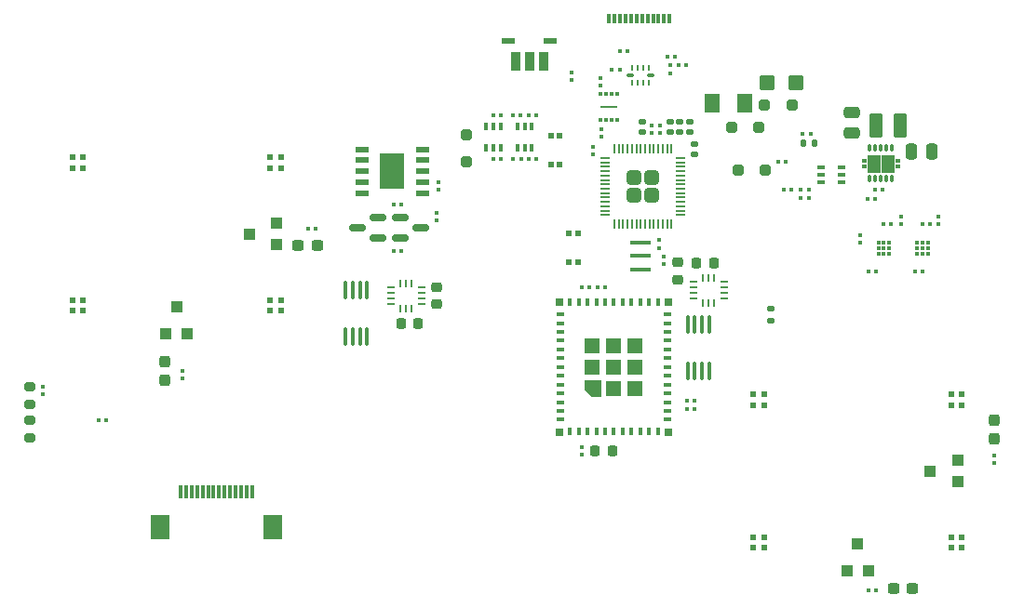
<source format=gbr>
G04 #@! TF.GenerationSoftware,KiCad,Pcbnew,7.0.6*
G04 #@! TF.CreationDate,2024-01-02T21:36:57-08:00*
G04 #@! TF.ProjectId,procon_gcc_main_pcb,70726f63-6f6e-45f6-9763-635f6d61696e,1*
G04 #@! TF.SameCoordinates,Original*
G04 #@! TF.FileFunction,Paste,Top*
G04 #@! TF.FilePolarity,Positive*
%FSLAX46Y46*%
G04 Gerber Fmt 4.6, Leading zero omitted, Abs format (unit mm)*
G04 Created by KiCad (PCBNEW 7.0.6) date 2024-01-02 21:36:57*
%MOMM*%
%LPD*%
G01*
G04 APERTURE LIST*
G04 Aperture macros list*
%AMRoundRect*
0 Rectangle with rounded corners*
0 $1 Rounding radius*
0 $2 $3 $4 $5 $6 $7 $8 $9 X,Y pos of 4 corners*
0 Add a 4 corners polygon primitive as box body*
4,1,4,$2,$3,$4,$5,$6,$7,$8,$9,$2,$3,0*
0 Add four circle primitives for the rounded corners*
1,1,$1+$1,$2,$3*
1,1,$1+$1,$4,$5*
1,1,$1+$1,$6,$7*
1,1,$1+$1,$8,$9*
0 Add four rect primitives between the rounded corners*
20,1,$1+$1,$2,$3,$4,$5,0*
20,1,$1+$1,$4,$5,$6,$7,0*
20,1,$1+$1,$6,$7,$8,$9,0*
20,1,$1+$1,$8,$9,$2,$3,0*%
G04 Aperture macros list end*
%ADD10C,0.010000*%
%ADD11R,1.000000X1.000000*%
%ADD12R,0.950000X1.700000*%
%ADD13R,0.900000X1.700000*%
%ADD14R,1.200000X0.600000*%
%ADD15R,0.300000X0.300000*%
%ADD16C,0.165000*%
%ADD17R,0.650000X0.400000*%
%ADD18RoundRect,0.079500X-0.079500X-0.100500X0.079500X-0.100500X0.079500X0.100500X-0.079500X0.100500X0*%
%ADD19RoundRect,0.079500X0.100500X-0.079500X0.100500X0.079500X-0.100500X0.079500X-0.100500X-0.079500X0*%
%ADD20RoundRect,0.079500X0.079500X0.100500X-0.079500X0.100500X-0.079500X-0.100500X0.079500X-0.100500X0*%
%ADD21RoundRect,0.079500X-0.100500X0.079500X-0.100500X-0.079500X0.100500X-0.079500X0.100500X0.079500X0*%
%ADD22RoundRect,0.250000X-0.250000X-0.475000X0.250000X-0.475000X0.250000X0.475000X-0.250000X0.475000X0*%
%ADD23RoundRect,0.250000X0.250000X0.250000X-0.250000X0.250000X-0.250000X-0.250000X0.250000X-0.250000X0*%
%ADD24R,0.550000X0.550000*%
%ADD25RoundRect,0.225000X-0.250000X0.225000X-0.250000X-0.225000X0.250000X-0.225000X0.250000X0.225000X0*%
%ADD26RoundRect,0.140000X0.140000X0.170000X-0.140000X0.170000X-0.140000X-0.170000X0.140000X-0.170000X0*%
%ADD27RoundRect,0.100000X0.100000X-0.712500X0.100000X0.712500X-0.100000X0.712500X-0.100000X-0.712500X0*%
%ADD28RoundRect,0.237500X-0.237500X0.300000X-0.237500X-0.300000X0.237500X-0.300000X0.237500X0.300000X0*%
%ADD29R,0.400000X0.650000*%
%ADD30RoundRect,0.135000X0.185000X-0.135000X0.185000X0.135000X-0.185000X0.135000X-0.185000X-0.135000X0*%
%ADD31RoundRect,0.237500X0.300000X0.237500X-0.300000X0.237500X-0.300000X-0.237500X0.300000X-0.237500X0*%
%ADD32RoundRect,0.249999X-0.395001X-0.395001X0.395001X-0.395001X0.395001X0.395001X-0.395001X0.395001X0*%
%ADD33RoundRect,0.050000X-0.387500X-0.050000X0.387500X-0.050000X0.387500X0.050000X-0.387500X0.050000X0*%
%ADD34RoundRect,0.050000X-0.050000X-0.387500X0.050000X-0.387500X0.050000X0.387500X-0.050000X0.387500X0*%
%ADD35R,0.400000X0.800000*%
%ADD36R,0.800000X0.400000*%
%ADD37R,1.450000X1.450000*%
%ADD38R,0.700000X0.700000*%
%ADD39RoundRect,0.140000X0.170000X-0.140000X0.170000X0.140000X-0.170000X0.140000X-0.170000X-0.140000X0*%
%ADD40RoundRect,0.250000X-0.250000X-0.250000X0.250000X-0.250000X0.250000X0.250000X-0.250000X0.250000X0*%
%ADD41RoundRect,0.250001X0.462499X0.624999X-0.462499X0.624999X-0.462499X-0.624999X0.462499X-0.624999X0*%
%ADD42RoundRect,0.007200X-0.112800X0.292800X-0.112800X-0.292800X0.112800X-0.292800X0.112800X0.292800X0*%
%ADD43RoundRect,0.225000X0.225000X0.250000X-0.225000X0.250000X-0.225000X-0.250000X0.225000X-0.250000X0*%
%ADD44R,0.300000X0.400000*%
%ADD45R,1.600000X0.200000*%
%ADD46RoundRect,0.237500X-0.300000X-0.237500X0.300000X-0.237500X0.300000X0.237500X-0.300000X0.237500X0*%
%ADD47RoundRect,0.250000X0.450000X0.425000X-0.450000X0.425000X-0.450000X-0.425000X0.450000X-0.425000X0*%
%ADD48RoundRect,0.150000X-0.587500X-0.150000X0.587500X-0.150000X0.587500X0.150000X-0.587500X0.150000X0*%
%ADD49R,1.900000X0.400000*%
%ADD50RoundRect,0.225000X-0.225000X-0.250000X0.225000X-0.250000X0.225000X0.250000X-0.225000X0.250000X0*%
%ADD51R,1.300000X0.600000*%
%ADD52R,2.300000X3.200000*%
%ADD53RoundRect,0.150000X0.587500X0.150000X-0.587500X0.150000X-0.587500X-0.150000X0.587500X-0.150000X0*%
%ADD54R,0.500000X0.550000*%
%ADD55RoundRect,0.140000X-0.170000X0.140000X-0.170000X-0.140000X0.170000X-0.140000X0.170000X0.140000X0*%
%ADD56R,0.300000X1.300000*%
%ADD57R,1.800000X2.200000*%
%ADD58RoundRect,0.200000X-0.275000X0.200000X-0.275000X-0.200000X0.275000X-0.200000X0.275000X0.200000X0*%
%ADD59R,0.300000X0.900000*%
%ADD60RoundRect,0.050000X0.075000X-0.225000X0.075000X0.225000X-0.075000X0.225000X-0.075000X-0.225000X0*%
%ADD61RoundRect,0.050000X0.050000X-0.225000X0.050000X0.225000X-0.050000X0.225000X-0.050000X-0.225000X0*%
%ADD62RoundRect,0.050000X0.250000X-0.100000X0.250000X0.100000X-0.250000X0.100000X-0.250000X-0.100000X0*%
%ADD63R,0.745000X0.280000*%
%ADD64R,0.280000X0.745000*%
%ADD65RoundRect,0.250000X-0.375000X-0.850000X0.375000X-0.850000X0.375000X0.850000X-0.375000X0.850000X0*%
%ADD66RoundRect,0.250000X-0.250000X0.250000X-0.250000X-0.250000X0.250000X-0.250000X0.250000X0.250000X0*%
%ADD67RoundRect,0.200000X0.275000X-0.200000X0.275000X0.200000X-0.275000X0.200000X-0.275000X-0.200000X0*%
%ADD68RoundRect,0.250000X-0.475000X0.250000X-0.475000X-0.250000X0.475000X-0.250000X0.475000X0.250000X0*%
G04 APERTURE END LIST*
D10*
X134919200Y-133223800D02*
X134069200Y-133223800D01*
X133469200Y-132623800D01*
X133469200Y-131773800D01*
X134919200Y-131773800D01*
X134919200Y-133223800D01*
G36*
X134919200Y-133223800D02*
G01*
X134069200Y-133223800D01*
X133469200Y-132623800D01*
X133469200Y-131773800D01*
X134919200Y-131773800D01*
X134919200Y-133223800D01*
G37*
X161560000Y-112750000D02*
X160500000Y-112750000D01*
X160500000Y-111250000D01*
X161560000Y-111250000D01*
X161560000Y-112750000D01*
G36*
X161560000Y-112750000D02*
G01*
X160500000Y-112750000D01*
X160500000Y-111250000D01*
X161560000Y-111250000D01*
X161560000Y-112750000D01*
G37*
X160300000Y-112750000D02*
X159240000Y-112750000D01*
X159240000Y-111250000D01*
X160300000Y-111250000D01*
X160300000Y-112750000D01*
G36*
X160300000Y-112750000D02*
G01*
X159240000Y-112750000D01*
X159240000Y-111250000D01*
X160300000Y-111250000D01*
X160300000Y-112750000D01*
G37*
X162100000Y-111875000D02*
X161760000Y-111875000D01*
X161760000Y-111625000D01*
X162100000Y-111625000D01*
X162100000Y-111875000D01*
G36*
X162100000Y-111875000D02*
G01*
X161760000Y-111875000D01*
X161760000Y-111625000D01*
X162100000Y-111625000D01*
X162100000Y-111875000D01*
G37*
X159040000Y-111875000D02*
X158700000Y-111875000D01*
X158700000Y-111625000D01*
X159040000Y-111625000D01*
X159040000Y-111875000D01*
G36*
X159040000Y-111875000D02*
G01*
X158700000Y-111875000D01*
X158700000Y-111625000D01*
X159040000Y-111625000D01*
X159040000Y-111875000D01*
G37*
X162100000Y-112375000D02*
X161760000Y-112375000D01*
X161760000Y-112125000D01*
X162100000Y-112125000D01*
X162100000Y-112375000D01*
G36*
X162100000Y-112375000D02*
G01*
X161760000Y-112375000D01*
X161760000Y-112125000D01*
X162100000Y-112125000D01*
X162100000Y-112375000D01*
G37*
X159040000Y-112375000D02*
X158700000Y-112375000D01*
X158700000Y-112125000D01*
X159040000Y-112125000D01*
X159040000Y-112375000D01*
G36*
X159040000Y-112375000D02*
G01*
X158700000Y-112375000D01*
X158700000Y-112125000D01*
X159040000Y-112125000D01*
X159040000Y-112375000D01*
G37*
D11*
X167420200Y-140972000D03*
X167420200Y-139072000D03*
X164920200Y-140022000D03*
X157370200Y-149122000D03*
X159270200Y-149122000D03*
X158320200Y-146622000D03*
X105477000Y-119382600D03*
X105477000Y-117482600D03*
X102977000Y-118432600D03*
X95427000Y-127532600D03*
X97327000Y-127532600D03*
X96377000Y-125032600D03*
D12*
X127208519Y-102740000D03*
D13*
X128483519Y-102740000D03*
D12*
X129758519Y-102740000D03*
D14*
X126583519Y-100840000D03*
X130383519Y-100840000D03*
D15*
X163750000Y-120200000D03*
X163750000Y-119700000D03*
X164750000Y-120200000D03*
X163750000Y-119200000D03*
X164250000Y-119700000D03*
X164750000Y-119200000D03*
X164250000Y-120200000D03*
X164250000Y-119200000D03*
X164750000Y-119700000D03*
D16*
X164750000Y-119700000D03*
D17*
X156850000Y-113675000D03*
X156850000Y-113025000D03*
X156850000Y-112375000D03*
X154950000Y-112375000D03*
X154950000Y-113025000D03*
X154950000Y-113675000D03*
D15*
X160200000Y-120200000D03*
X160200000Y-119700000D03*
X161200000Y-120200000D03*
X160200000Y-119200000D03*
X160700000Y-119700000D03*
X161200000Y-119200000D03*
X160700000Y-120200000D03*
X160700000Y-119200000D03*
X161200000Y-119700000D03*
D16*
X161200000Y-119700000D03*
D18*
X164230000Y-117550000D03*
X164920000Y-117550000D03*
D19*
X153087600Y-115121200D03*
X153087600Y-114431200D03*
D20*
X164195000Y-121875000D03*
X163505000Y-121875000D03*
D21*
X165680000Y-116855000D03*
X165680000Y-117545000D03*
D19*
X153862600Y-115121200D03*
X153862600Y-114431200D03*
D20*
X160020000Y-121875000D03*
X159330000Y-121875000D03*
D21*
X162250000Y-116845000D03*
X162250000Y-117535000D03*
D20*
X89945000Y-135375000D03*
X89255000Y-135375000D03*
D22*
X163200000Y-110950000D03*
X165100000Y-110950000D03*
D21*
X139611100Y-108518094D03*
X139611100Y-109208094D03*
D23*
X149350000Y-108750000D03*
X146850000Y-108750000D03*
D24*
X166845200Y-133997000D03*
X167795200Y-133997000D03*
X167795200Y-133047000D03*
X166845200Y-133047000D03*
D25*
X120018689Y-123258755D03*
X120018689Y-124808755D03*
D18*
X160680000Y-117550000D03*
X161370000Y-117550000D03*
D26*
X154356400Y-110163000D03*
X153396400Y-110163000D03*
D19*
X170739623Y-139313477D03*
X170739623Y-138623477D03*
D27*
X111750200Y-127791700D03*
X112400200Y-127791700D03*
X113050200Y-127791700D03*
X113700200Y-127791700D03*
X113700200Y-123566700D03*
X113050200Y-123566700D03*
X112400200Y-123566700D03*
X111750200Y-123566700D03*
D28*
X95317457Y-130017891D03*
X95317457Y-131742891D03*
D29*
X124546600Y-110556100D03*
X125196600Y-110556100D03*
X125846600Y-110556100D03*
X125846600Y-108656100D03*
X125196600Y-108656100D03*
X124546600Y-108656100D03*
D30*
X150418800Y-126290800D03*
X150418800Y-125270800D03*
D18*
X142782000Y-133583600D03*
X143472000Y-133583600D03*
D31*
X163312504Y-150698757D03*
X161587504Y-150698757D03*
D24*
X86902000Y-112407600D03*
X87852000Y-112407600D03*
X87852000Y-111457600D03*
X86902000Y-111457600D03*
D20*
X127685800Y-111612700D03*
X126995800Y-111612700D03*
D19*
X134950900Y-104909294D03*
X134950900Y-104219294D03*
D32*
X137985700Y-113308094D03*
X137985700Y-114908094D03*
X139585700Y-113308094D03*
X139585700Y-114908094D03*
D33*
X135348200Y-111508094D03*
X135348200Y-111908094D03*
X135348200Y-112308094D03*
X135348200Y-112708094D03*
X135348200Y-113108094D03*
X135348200Y-113508094D03*
X135348200Y-113908094D03*
X135348200Y-114308094D03*
X135348200Y-114708094D03*
X135348200Y-115108094D03*
X135348200Y-115508094D03*
X135348200Y-115908094D03*
X135348200Y-116308094D03*
X135348200Y-116708094D03*
D34*
X136185700Y-117545594D03*
X136585700Y-117545594D03*
X136985700Y-117545594D03*
X137385700Y-117545594D03*
X137785700Y-117545594D03*
X138185700Y-117545594D03*
X138585700Y-117545594D03*
X138985700Y-117545594D03*
X139385700Y-117545594D03*
X139785700Y-117545594D03*
X140185700Y-117545594D03*
X140585700Y-117545594D03*
X140985700Y-117545594D03*
X141385700Y-117545594D03*
D33*
X142223200Y-116708094D03*
X142223200Y-116308094D03*
X142223200Y-115908094D03*
X142223200Y-115508094D03*
X142223200Y-115108094D03*
X142223200Y-114708094D03*
X142223200Y-114308094D03*
X142223200Y-113908094D03*
X142223200Y-113508094D03*
X142223200Y-113108094D03*
X142223200Y-112708094D03*
X142223200Y-112308094D03*
X142223200Y-111908094D03*
X142223200Y-111508094D03*
D34*
X141385700Y-110670594D03*
X140985700Y-110670594D03*
X140585700Y-110670594D03*
X140185700Y-110670594D03*
X139785700Y-110670594D03*
X139385700Y-110670594D03*
X138985700Y-110670594D03*
X138585700Y-110670594D03*
X138185700Y-110670594D03*
X137785700Y-110670594D03*
X137385700Y-110670594D03*
X136985700Y-110670594D03*
X136585700Y-110670594D03*
X136185700Y-110670594D03*
D24*
X104902000Y-125407600D03*
X105852000Y-125407600D03*
X105852000Y-124457600D03*
X104902000Y-124457600D03*
D35*
X132144200Y-136448800D03*
X132944200Y-136448800D03*
X133744200Y-136448800D03*
X134544200Y-136448800D03*
X135344200Y-136448800D03*
X136144200Y-136448800D03*
X136944200Y-136448800D03*
X137744200Y-136448800D03*
X138544200Y-136448800D03*
X139344200Y-136448800D03*
X140144200Y-136448800D03*
D36*
X141044200Y-135348800D03*
X141044200Y-134548800D03*
X141044200Y-133748800D03*
X141044200Y-132948800D03*
X141044200Y-132148800D03*
X141044200Y-131348800D03*
X141044200Y-130548800D03*
X141044200Y-129748800D03*
X141044200Y-128948800D03*
X141044200Y-128148800D03*
X141044200Y-127348800D03*
X141044200Y-126548800D03*
X141044200Y-125748800D03*
D35*
X140144200Y-124648800D03*
X139344200Y-124648800D03*
X138544200Y-124648800D03*
X137744200Y-124648800D03*
X136944200Y-124648800D03*
X136144200Y-124648800D03*
X135344200Y-124648800D03*
X134544200Y-124648800D03*
X133744200Y-124648800D03*
X132944200Y-124648800D03*
X132144200Y-124648800D03*
D36*
X131244200Y-125748800D03*
X131244200Y-126548800D03*
X131244200Y-127348800D03*
X131244200Y-128148800D03*
X131244200Y-128948800D03*
X131244200Y-129748800D03*
X131244200Y-130548800D03*
X131244200Y-131348800D03*
X131244200Y-132148800D03*
X131244200Y-132948800D03*
X131244200Y-133748800D03*
X131244200Y-134548800D03*
X131244200Y-135348800D03*
D37*
X136144200Y-130548800D03*
D38*
X131194200Y-124598800D03*
X141094200Y-124598800D03*
X141094200Y-136498800D03*
X131194200Y-136498800D03*
D37*
X136144200Y-132498800D03*
X138094200Y-132498800D03*
X138094200Y-130548800D03*
X138094200Y-128598800D03*
X136144200Y-128598800D03*
X134194200Y-128598800D03*
X134194200Y-130548800D03*
D39*
X142151100Y-109137294D03*
X142151100Y-108177294D03*
D18*
X125181800Y-111612700D03*
X125871800Y-111612700D03*
D40*
X147441600Y-112649000D03*
X149941600Y-112649000D03*
D41*
X148039338Y-106541120D03*
X145064338Y-106541120D03*
D23*
X152337120Y-106709987D03*
X149837120Y-106709987D03*
D19*
X134251700Y-111189294D03*
X134251700Y-110499294D03*
D21*
X141274800Y-103083800D03*
X141274800Y-103773800D03*
D18*
X125156400Y-107599500D03*
X125846400Y-107599500D03*
D20*
X143472000Y-134396400D03*
X142782000Y-134396400D03*
D19*
X158550000Y-118530000D03*
X158550000Y-119220000D03*
D18*
X116118023Y-119981101D03*
X116808023Y-119981101D03*
D42*
X161400000Y-110600000D03*
X160900000Y-110600000D03*
X160400000Y-110600000D03*
X159900000Y-110600000D03*
X159400000Y-110600000D03*
X159400000Y-113400000D03*
X159900000Y-113400000D03*
X160400000Y-113400000D03*
X160900000Y-113400000D03*
X161400000Y-113400000D03*
D43*
X118314100Y-126547002D03*
X116764100Y-126547002D03*
D21*
X140322300Y-108518094D03*
X140322300Y-109208094D03*
D44*
X134949500Y-108081894D03*
X135449500Y-108081894D03*
X135949500Y-108081894D03*
X136449500Y-108081894D03*
X136449500Y-105681894D03*
X135949500Y-105681894D03*
X135449500Y-105681894D03*
X134949500Y-105681894D03*
D45*
X135699500Y-106881894D03*
D46*
X107418809Y-119497056D03*
X109143809Y-119497056D03*
D18*
X142047400Y-103073200D03*
X142737400Y-103073200D03*
D47*
X152744334Y-104634540D03*
X150044334Y-104634540D03*
D24*
X148845200Y-146997000D03*
X149795200Y-146997000D03*
X149795200Y-146047000D03*
X148845200Y-146047000D03*
D48*
X116744723Y-116922901D03*
X116744723Y-118822901D03*
X118619723Y-117872901D03*
D25*
X141938323Y-121038129D03*
X141938323Y-122588129D03*
D18*
X136713400Y-101752400D03*
X137403400Y-101752400D03*
D19*
X134975600Y-109589094D03*
X134975600Y-108899094D03*
D18*
X116107423Y-115764701D03*
X116797423Y-115764701D03*
D49*
X138595100Y-119236494D03*
X138595100Y-120436494D03*
X138595100Y-121636494D03*
D39*
X143471900Y-111197294D03*
X143471900Y-110237294D03*
D24*
X104902000Y-112407600D03*
X105852000Y-112407600D03*
X105852000Y-111457600D03*
X104902000Y-111457600D03*
D20*
X136666800Y-103505000D03*
X135976800Y-103505000D03*
D50*
X134454600Y-138226800D03*
X136004600Y-138226800D03*
D28*
X170738456Y-135352081D03*
X170738456Y-137077081D03*
D21*
X84175600Y-132304400D03*
X84175600Y-132994400D03*
D24*
X166845200Y-146997000D03*
X167795200Y-146997000D03*
X167795200Y-146047000D03*
X166845200Y-146047000D03*
D29*
X127391400Y-110556100D03*
X128041400Y-110556100D03*
X128691400Y-110556100D03*
X128691400Y-108656100D03*
X128041400Y-108656100D03*
X127391400Y-108656100D03*
D51*
X113227302Y-110726102D03*
X113227302Y-111726102D03*
X113227302Y-112726102D03*
X113227302Y-113726102D03*
X113227302Y-114726102D03*
X118727302Y-114726102D03*
X118727302Y-113726102D03*
X118727302Y-112726102D03*
X118727302Y-111726102D03*
X118727302Y-110726102D03*
D52*
X115977302Y-112726102D03*
D18*
X159300629Y-150847756D03*
X159990629Y-150847756D03*
D53*
X114708123Y-118822901D03*
X114708123Y-116922901D03*
X112833123Y-117872901D03*
D20*
X133898200Y-123266200D03*
X133208200Y-123266200D03*
D54*
X130435400Y-112119800D03*
X131235400Y-112119800D03*
X130435400Y-109469800D03*
X131235400Y-109469800D03*
D18*
X108340401Y-117977059D03*
X109030401Y-117977059D03*
D50*
X143678194Y-121060800D03*
X145228194Y-121060800D03*
D55*
X143065500Y-108177294D03*
X143065500Y-109137294D03*
D18*
X153328200Y-109274000D03*
X154018200Y-109274000D03*
D19*
X140703300Y-121146094D03*
X140703300Y-120456094D03*
D21*
X120225902Y-113711302D03*
X120225902Y-114401302D03*
D55*
X138747500Y-108179894D03*
X138747500Y-109139894D03*
X141236700Y-108179894D03*
X141236700Y-109139894D03*
D56*
X96741205Y-141917846D03*
X97241205Y-141917846D03*
X97741205Y-141917846D03*
X98241205Y-141917846D03*
X98741205Y-141917846D03*
X99241205Y-141917846D03*
X99741205Y-141917846D03*
X100241205Y-141917846D03*
X100741205Y-141917846D03*
X101241205Y-141917846D03*
X101741205Y-141917846D03*
X102241205Y-141917846D03*
X102741205Y-141917846D03*
X103241205Y-141917846D03*
D57*
X94841205Y-145167846D03*
X105141205Y-145167846D03*
D58*
X83007200Y-132321800D03*
X83007200Y-133971800D03*
D20*
X127649800Y-107599500D03*
X126959800Y-107599500D03*
D59*
X141210000Y-98835000D03*
X140710000Y-98835000D03*
X140210000Y-98835000D03*
X139710000Y-98835000D03*
X139210000Y-98835000D03*
X138710000Y-98835000D03*
X138210000Y-98835000D03*
X137710000Y-98835000D03*
X137210000Y-98835000D03*
X136710000Y-98835000D03*
X136210000Y-98835000D03*
X135710000Y-98835000D03*
D60*
X137807000Y-104688000D03*
D61*
X138307000Y-104688000D03*
X138807000Y-104688000D03*
D60*
X139307000Y-104688000D03*
D62*
X139457000Y-104013000D03*
D60*
X139307000Y-103338000D03*
D61*
X138807000Y-103338000D03*
X138307000Y-103338000D03*
D60*
X137807000Y-103338000D03*
D62*
X137657000Y-104013000D03*
D27*
X142865200Y-130915900D03*
X143515200Y-130915900D03*
X144165200Y-130915900D03*
X144815200Y-130915900D03*
X144815200Y-126690900D03*
X144165200Y-126690900D03*
X143515200Y-126690900D03*
X142865200Y-126690900D03*
D54*
X132861000Y-118385200D03*
X132061000Y-118385200D03*
X132861000Y-121035200D03*
X132061000Y-121035200D03*
D18*
X128407600Y-107599500D03*
X129097600Y-107599500D03*
D19*
X140220700Y-119689294D03*
X140220700Y-118999294D03*
D21*
X96933652Y-130907363D03*
X96933652Y-131597363D03*
D19*
X133248400Y-138546400D03*
X133248400Y-137856400D03*
D24*
X86902000Y-125407600D03*
X87852000Y-125407600D03*
X87852000Y-124457600D03*
X86902000Y-124457600D03*
D63*
X146159800Y-124295600D03*
X146159800Y-123795600D03*
X146159800Y-123295600D03*
X146159800Y-122795600D03*
D64*
X145261800Y-122397600D03*
X144761800Y-122397600D03*
X144261800Y-122397600D03*
D63*
X143363800Y-122795600D03*
X143363800Y-123295600D03*
X143363800Y-123795600D03*
X143363800Y-124295600D03*
D64*
X144261800Y-124693600D03*
X144761800Y-124693600D03*
X145261800Y-124693600D03*
D18*
X128418200Y-111612700D03*
X129108200Y-111612700D03*
X151118400Y-111864800D03*
X151808400Y-111864800D03*
D63*
X115841200Y-123303600D03*
X115841200Y-123803600D03*
X115841200Y-124303600D03*
X115841200Y-124803600D03*
D64*
X116739200Y-125201600D03*
X117239200Y-125201600D03*
X117739200Y-125201600D03*
D63*
X118637200Y-124803600D03*
X118637200Y-124303600D03*
X118637200Y-123803600D03*
X118637200Y-123303600D03*
D64*
X117739200Y-122905600D03*
X117239200Y-122905600D03*
X116739200Y-122905600D03*
D65*
X160025000Y-108550000D03*
X162175000Y-108550000D03*
D21*
X132257800Y-103693400D03*
X132257800Y-104383400D03*
D20*
X160563077Y-114402950D03*
X159873077Y-114402950D03*
D66*
X122758200Y-109392400D03*
X122758200Y-111892400D03*
D67*
X83007200Y-137007600D03*
X83007200Y-135357600D03*
D18*
X159233348Y-115214226D03*
X159923348Y-115214226D03*
D24*
X148845200Y-133997000D03*
X149795200Y-133997000D03*
X149795200Y-133047000D03*
X148845200Y-133047000D03*
D20*
X152295000Y-114425000D03*
X151605000Y-114425000D03*
D68*
X157782026Y-107324670D03*
X157782026Y-109224670D03*
D18*
X141031400Y-102311200D03*
X141721400Y-102311200D03*
D21*
X120019023Y-116537301D03*
X120019023Y-117227301D03*
D20*
X135371400Y-123266200D03*
X134681400Y-123266200D03*
M02*

</source>
